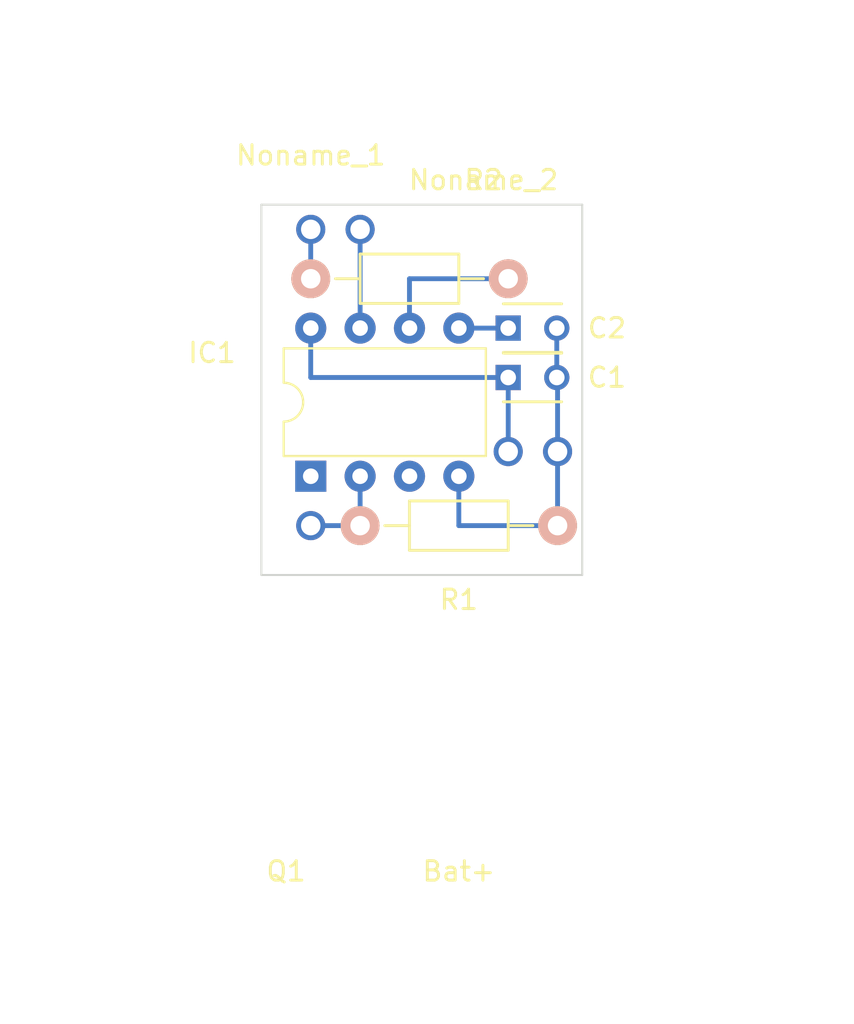
<source format=kicad_pcb>

(kicad_pcb
  (version 4)
  (host pcbnew 4.0.2+dfsg1-stable)
  (general
    (links 12)
    (no_connects 1)
    (area 123.139999 39.319999 139.750001 58.470001)
    (thickness 1.6)
    (drawings 21)
    (tracks 15)
    (zones 0)
    (modules 9)
    (nets 10))
  (page A4)
  (layers
    (0 F.Cu signal)
    (31 B.Cu signal)
    (32 B.Adhes user hide)
    (33 F.Adhes user hide)
    (34 B.Paste user hide)
    (35 F.Paste user hide)
    (36 B.SilkS user hide)
    (37 F.SilkS user)
    (38 B.Mask user hide)
    (39 F.Mask user hide)
    (40 Dwgs.User user)
    (41 Cmts.User user hide)
    (42 Eco1.User user hide)
    (43 Eco2.User user hide)
    (44 Edge.Cuts user)
    (45 Margin user hide)
    (46 B.CrtYd user hide)
    (47 F.CrtYd user)
    (48 B.Fab user hide)
    (49 F.Fab user))
  (setup
    (last_trace_width 0.25)
    (trace_clearance 0.2)
    (zone_clearance 0.508)
    (zone_45_only no)
    (trace_min 0.2)
    (segment_width 0.2)
    (edge_width 0.1)
    (via_size 0.6)
    (via_drill 0.4)
    (via_min_size 0.4)
    (via_min_drill 0.3)
    (uvia_size 0.3)
    (uvia_drill 0.1)
    (uvias_allowed no)
    (uvia_min_size 0.2)
    (uvia_min_drill 0.1)
    (pcb_text_width 0.3)
    (pcb_text_size 1.5 1.5)
    (mod_edge_width 0.15)
    (mod_text_size 1 1)
    (mod_text_width 0.15)
    (pad_size 1.5 1.5)
    (pad_drill 1)
    (pad_to_mask_clearance 0)
    (aux_axis_origin 0 0)
    (visible_elements 7FFFFFFF)
    (pcbplotparams
      (layerselection 0x00030_80000001)
      (usegerberextensions false)
      (excludeedgelayer true)
      (linewidth 0.1)
      (plotframeref false)
      (viasonmask false)
      (mode 1)
      (useauxorigin false)
      (hpglpennumber 1)
      (hpglpenspeed 20)
      (hpglpendiameter 15)
      (hpglpenoverlay 2)
      (psnegative false)
      (psa4output false)
      (plotreference true)
      (plotvalue true)
      (plotinvisibletext false)
      (padsonsilk false)
      (subtractmaskfromsilk false)
      (outputformat 1)
      (mirror false)
      (drillshape 1)
      (scaleselection 1)
      (outputdirectory "")))
  (net 0 "")
  (net 1 +BATT)
  (net 2 GND)
  (net 3 /Mira/AREF)
  (net 4 /Mira/BUTTON)
  (net 5 "Net-(D1-Pad2)")
  (net 6 /Mira/FIRE)
  (net 7 /Mira/LED)
  (net 8 "Net-(IC1-Pad1)")
  (net 9 "Net-(IC1-Pad3)")
  (net_class Default "This is the default net class."
    (clearance 0.2)
    (trace_width 0.25)
    (via_dia 0.6)
    (via_drill 0.4)
    (uvia_dia 0.3)
    (uvia_drill 0.1)
    (add_net +BATT)
    (add_net /Mira/AREF)
    (add_net /Mira/FIRE)
    (add_net /Mira/LED)
    (add_net GND)
    (add_net "Net-(D1-Pad2)")
    (add_net "Net-(IC1-Pad1)")
    (add_net "Net-(IC1-Pad3)"))
  (net_class Thick ""
    (clearance 0.2)
    (trace_width 0.5)
    (via_dia 0.6)
    (via_drill 0.4)
    (uvia_dia 0.3)
    (uvia_drill 0.1)
    (add_net /Mira/BUTTON))
  (module Wire_Pads:SolderWirePad_single_0-8mmDrill
    (layer F.Cu)
    (tedit 5887B6AD)
    (tstamp 5865B5BF)
    (at 133.35 73.66)
    (fp_text reference Bat+
      (at 0 0)
      (layer F.SilkS)
      (effects
        (font
          (size 1 1)
          (thickness 0.15))))
    (fp_text value ""
      (at 15.24 7.62)
      (layer F.Fab)
      (effects
        (font
          (size 1 1)
          (thickness 0.15))))
    (pad 1 thru_hole circle
      (at 2.54 -21.59)
      (size 1.5 1.5)
      (drill 1)
      (layers *.Cu *.Mask)
      (net 1 +BATT)))
  (module Capacitors_THT:C_Disc_D3_P2.5
    (layer F.Cu)
    (tedit 5887B765)
    (tstamp 586556B6)
    (at 135.89 48.26)
    (descr "Capacitor 3mm Disc, Pitch 2.5mm")
    (tags Capacitor)
    (path /58603D0F/5860485C)
    (fp_text reference C1
      (at 5.08 0 180)
      (layer F.SilkS)
      (effects
        (font
          (size 1 1)
          (thickness 0.15))))
    (fp_text value 10nF
      (at 8.89 0 180)
      (layer F.Fab)
      (effects
        (font
          (size 1 1)
          (thickness 0.15))))
    (fp_line
      (start -0.9 -1.5)
      (end 3.4 -1.5)
      (layer F.CrtYd)
      (width 0.05))
    (fp_line
      (start 3.4 -1.5)
      (end 3.4 1.5)
      (layer F.CrtYd)
      (width 0.05))
    (fp_line
      (start 3.4 1.5)
      (end -0.9 1.5)
      (layer F.CrtYd)
      (width 0.05))
    (fp_line
      (start -0.9 1.5)
      (end -0.9 -1.5)
      (layer F.CrtYd)
      (width 0.05))
    (fp_line
      (start -0.25 -1.25)
      (end 2.75 -1.25)
      (layer F.SilkS)
      (width 0.15))
    (fp_line
      (start 2.75 1.25)
      (end -0.25 1.25)
      (layer F.SilkS)
      (width 0.15))
    (pad 1 thru_hole rect
      (at 0 0)
      (size 1.3 1.3)
      (drill 0.8)
      (layers *.Cu *.Mask)
      (net 1 +BATT))
    (pad 2 thru_hole circle
      (at 2.5 0)
      (size 1.3 1.3)
      (drill 0.8001)
      (layers *.Cu *.Mask)
      (net 2 GND))
    (model Capacitors_ThroughHole.3dshapes/C_Disc_D3_P2.5.wrl
      (at
        (xyz 0.0492126 0 0))
      (scale
        (xyz 1 1 1))
      (rotate
        (xyz 0 0 0))))
  (module Capacitors_THT:C_Disc_D3_P2.5
    (layer F.Cu)
    (tedit 5887B769)
    (tstamp 586556C2)
    (at 135.89 45.72)
    (descr "Capacitor 3mm Disc, Pitch 2.5mm")
    (tags Capacitor)
    (path /58603D0F/58604591)
    (fp_text reference C2
      (at 5.08 0)
      (layer F.SilkS)
      (effects
        (font
          (size 1 1)
          (thickness 0.15))))
    (fp_text value 10nF
      (at 8.89 0)
      (layer F.Fab)
      (effects
        (font
          (size 1 1)
          (thickness 0.15))))
    (fp_line
      (start -0.9 -1.5)
      (end 3.4 -1.5)
      (layer F.CrtYd)
      (width 0.05))
    (fp_line
      (start 3.4 -1.5)
      (end 3.4 1.5)
      (layer F.CrtYd)
      (width 0.05))
    (fp_line
      (start 3.4 1.5)
      (end -0.9 1.5)
      (layer F.CrtYd)
      (width 0.05))
    (fp_line
      (start -0.9 1.5)
      (end -0.9 -1.5)
      (layer F.CrtYd)
      (width 0.05))
    (fp_line
      (start -0.25 -1.25)
      (end 2.75 -1.25)
      (layer F.SilkS)
      (width 0.15))
    (fp_line
      (start 2.75 1.25)
      (end -0.25 1.25)
      (layer F.SilkS)
      (width 0.15))
    (pad 1 thru_hole rect
      (at 0 0)
      (size 1.3 1.3)
      (drill 0.8)
      (layers *.Cu *.Mask)
      (net 3 /Mira/AREF))
    (pad 2 thru_hole circle
      (at 2.5 0)
      (size 1.3 1.3)
      (drill 0.8001)
      (layers *.Cu *.Mask)
      (net 2 GND))
    (model Capacitors_ThroughHole.3dshapes/C_Disc_D3_P2.5.wrl
      (at
        (xyz 0.0492126 0 0))
      (scale
        (xyz 1 1 1))
      (rotate
        (xyz 0 0 0))))
  (module Resistors_THT:Resistor_Horizontal_RM10mm
    (layer F.Cu)
    (tedit 5887B781)
    (tstamp 5865570D)
    (at 128.27 55.88)
    (descr "Resistor, Axial,  RM 10mm, 1/3W")
    (tags "Resistor Axial RM 10mm 1/3W")
    (path /58603D0F/58605B36)
    (fp_text reference R1
      (at 5.08 3.81)
      (layer F.SilkS)
      (effects
        (font
          (size 1 1)
          (thickness 0.15))))
    (fp_text value 15kΩ
      (at 8.89 3.81)
      (layer F.Fab)
      (effects
        (font
          (size 1 1)
          (thickness 0.15))))
    (fp_line
      (start -1.25 -1.5)
      (end 11.4 -1.5)
      (layer F.CrtYd)
      (width 0.05))
    (fp_line
      (start -1.25 1.5)
      (end -1.25 -1.5)
      (layer F.CrtYd)
      (width 0.05))
    (fp_line
      (start 11.4 -1.5)
      (end 11.4 1.5)
      (layer F.CrtYd)
      (width 0.05))
    (fp_line
      (start -1.25 1.5)
      (end 11.4 1.5)
      (layer F.CrtYd)
      (width 0.05))
    (fp_line
      (start 2.54 -1.27)
      (end 7.62 -1.27)
      (layer F.SilkS)
      (width 0.15))
    (fp_line
      (start 7.62 -1.27)
      (end 7.62 1.27)
      (layer F.SilkS)
      (width 0.15))
    (fp_line
      (start 7.62 1.27)
      (end 2.54 1.27)
      (layer F.SilkS)
      (width 0.15))
    (fp_line
      (start 2.54 1.27)
      (end 2.54 -1.27)
      (layer F.SilkS)
      (width 0.15))
    (fp_line
      (start 2.54 0)
      (end 1.27 0)
      (layer F.SilkS)
      (width 0.15))
    (fp_line
      (start 7.62 0)
      (end 8.89 0)
      (layer F.SilkS)
      (width 0.15))
    (pad 1 thru_hole circle
      (at 0 0)
      (size 1.99898 1.99898)
      (drill 1.00076)
      (layers *.Cu *.SilkS *.Mask)
      (net 6 /Mira/FIRE))
    (pad 2 thru_hole circle
      (at 10.16 0)
      (size 1.99898 1.99898)
      (drill 1.00076)
      (layers *.Cu *.SilkS *.Mask)
      (net 2 GND))
    (model Resistors_ThroughHole.3dshapes/Resistor_Horizontal_RM10mm.wrl
      (at
        (xyz 0.2 0 0))
      (scale
        (xyz 0.4 0.4 0.4))
      (rotate
        (xyz 0 0 0))))
  (module Resistors_THT:Resistor_Horizontal_RM10mm
    (layer F.Cu)
    (tedit 5887B790)
    (tstamp 5865571D)
    (at 125.73 43.18)
    (descr "Resistor, Axial,  RM 10mm, 1/3W")
    (tags "Resistor Axial RM 10mm 1/3W")
    (path /58603D0F/583CCC74)
    (fp_text reference R2
      (at 8.89 -5.08)
      (layer F.SilkS)
      (effects
        (font
          (size 1 1)
          (thickness 0.15))))
    (fp_text value 100Ω
      (at 12.7 -5.08)
      (layer F.Fab)
      (effects
        (font
          (size 1 1)
          (thickness 0.15))))
    (fp_line
      (start -1.25 -1.5)
      (end 11.4 -1.5)
      (layer F.CrtYd)
      (width 0.05))
    (fp_line
      (start -1.25 1.5)
      (end -1.25 -1.5)
      (layer F.CrtYd)
      (width 0.05))
    (fp_line
      (start 11.4 -1.5)
      (end 11.4 1.5)
      (layer F.CrtYd)
      (width 0.05))
    (fp_line
      (start -1.25 1.5)
      (end 11.4 1.5)
      (layer F.CrtYd)
      (width 0.05))
    (fp_line
      (start 2.54 -1.27)
      (end 7.62 -1.27)
      (layer F.SilkS)
      (width 0.15))
    (fp_line
      (start 7.62 -1.27)
      (end 7.62 1.27)
      (layer F.SilkS)
      (width 0.15))
    (fp_line
      (start 7.62 1.27)
      (end 2.54 1.27)
      (layer F.SilkS)
      (width 0.15))
    (fp_line
      (start 2.54 1.27)
      (end 2.54 -1.27)
      (layer F.SilkS)
      (width 0.15))
    (fp_line
      (start 2.54 0)
      (end 1.27 0)
      (layer F.SilkS)
      (width 0.15))
    (fp_line
      (start 7.62 0)
      (end 8.89 0)
      (layer F.SilkS)
      (width 0.15))
    (pad 1 thru_hole circle
      (at 0 0)
      (size 1.99898 1.99898)
      (drill 1.00076)
      (layers *.Cu *.SilkS *.Mask)
      (net 5 "Net-(D1-Pad2)"))
    (pad 2 thru_hole circle
      (at 10.16 0)
      (size 1.99898 1.99898)
      (drill 1.00076)
      (layers *.Cu *.SilkS *.Mask)
      (net 7 /Mira/LED))
    (model Resistors_ThroughHole.3dshapes/Resistor_Horizontal_RM10mm.wrl
      (at
        (xyz 0.2 0 0))
      (scale
        (xyz 0.4 0.4 0.4))
      (rotate
        (xyz 0 0 0))))
  (module Wire_Connections_Bridges:WireConnection_1.50mmDrill
    (layer F.Cu)
    (tedit 587023F4)
    (tstamp 5865AB69)
    (at 138.43 34.29)
    (descr "WireConnection with 1.5mm drill")
    (path /58603D0F/5860804E)
    (fp_text reference Noname_2
      (at -3.81 3.81)
      (layer F.SilkS)
      (effects
        (font
          (size 1 1)
          (thickness 0.15))))
    (fp_text value Button
      (at -8.89 3.81 180)
      (layer F.Fab)
      (effects
        (font
          (size 1 1)
          (thickness 0.15))))
    (fp_line
      (start 14.0716 -3.7592)
      (end 13.8684 -3.6576)
      (layer Cmts.User)
      (width 0.381))
    (fp_line
      (start 13.8684 -3.6576)
      (end 13.6398 -3.6576)
      (layer Cmts.User)
      (width 0.381))
    (fp_line
      (start 13.6398 -3.6576)
      (end 13.4366 -3.7592)
      (layer Cmts.User)
      (width 0.381))
    (fp_line
      (start 13.4366 -3.7592)
      (end 13.3604 -4.1148)
      (layer Cmts.User)
      (width 0.381))
    (fp_line
      (start 13.3604 -4.1148)
      (end 13.3604 -4.572)
      (layer Cmts.User)
      (width 0.381))
    (fp_line
      (start 13.3604 -4.572)
      (end 13.462 -4.6482)
      (layer Cmts.User)
      (width 0.381))
    (fp_line
      (start 13.462 -4.6482)
      (end 13.7668 -4.7244)
      (layer Cmts.User)
      (width 0.381))
    (fp_line
      (start 13.7668 -4.7244)
      (end 13.9954 -4.6736)
      (layer Cmts.User)
      (width 0.381))
    (fp_line
      (start 13.9954 -4.6736)
      (end 14.0462 -4.318)
      (layer Cmts.User)
      (width 0.381))
    (fp_line
      (start 14.0462 -4.318)
      (end 13.4366 -4.191)
      (layer Cmts.User)
      (width 0.381))
    (fp_line
      (start 13.4366 -4.191)
      (end 13.4366 -4.2418)
      (layer Cmts.User)
      (width 0.381))
    (fp_line
      (start 12.7508 -3.7084)
      (end 12.4206 -3.7084)
      (layer Cmts.User)
      (width 0.381))
    (fp_line
      (start 12.4206 -3.7084)
      (end 12.2174 -3.7084)
      (layer Cmts.User)
      (width 0.381))
    (fp_line
      (start 12.2174 -3.7084)
      (end 12.0396 -3.8608)
      (layer Cmts.User)
      (width 0.381))
    (fp_line
      (start 12.0396 -3.8608)
      (end 12.0396 -4.2418)
      (layer Cmts.User)
      (width 0.381))
    (fp_line
      (start 12.0396 -4.2418)
      (end 12.1412 -4.572)
      (layer Cmts.User)
      (width 0.381))
    (fp_line
      (start 12.1412 -4.572)
      (end 12.2936 -4.6482)
      (layer Cmts.User)
      (width 0.381))
    (fp_line
      (start 12.2936 -4.6482)
      (end 12.573 -4.6482)
      (layer Cmts.User)
      (width 0.381))
    (fp_line
      (start 12.573 -4.6482)
      (end 12.7508 -4.572)
      (layer Cmts.User)
      (width 0.381))
    (fp_line
      (start 12.7508 -4.572)
      (end 12.7762 -4.2672)
      (layer Cmts.User)
      (width 0.381))
    (fp_line
      (start 12.7762 -4.2672)
      (end 12.1412 -4.2418)
      (layer Cmts.User)
      (width 0.381))
    (fp_line
      (start 11.2268 -4.5212)
      (end 11.6078 -4.6736)
      (layer Cmts.User)
      (width 0.381))
    (fp_line
      (start 11.6078 -4.6736)
      (end 11.6332 -4.6736)
      (layer Cmts.User)
      (width 0.381))
    (fp_line
      (start 11.2014 -4.7244)
      (end 11.2014 -3.6576)
      (layer Cmts.User)
      (width 0.381))
    (fp_line
      (start 9.9822 -4.6736)
      (end 10.668 -4.7244)
      (layer Cmts.User)
      (width 0.381))
    (fp_line
      (start 10.7188 -5.207)
      (end 10.541 -5.207)
      (layer Cmts.User)
      (width 0.381))
    (fp_line
      (start 10.541 -5.207)
      (end 10.3886 -5.08)
      (layer Cmts.User)
      (width 0.381))
    (fp_line
      (start 10.3886 -5.08)
      (end 10.3378 -3.7084)
      (layer Cmts.User)
      (width 0.381))
    (fp_line
      (start 8.4328 -4.5974)
      (end 8.3058 -4.6736)
      (layer Cmts.User)
      (width 0.381))
    (fp_line
      (start 8.3058 -4.6736)
      (end 8.0264 -4.6736)
      (layer Cmts.User)
      (width 0.381))
    (fp_line
      (start 8.0264 -4.6736)
      (end 7.874 -4.445)
      (layer Cmts.User)
      (width 0.381))
    (fp_line
      (start 7.874 -4.445)
      (end 7.8994 -4.2672)
      (layer Cmts.User)
      (width 0.381))
    (fp_line
      (start 7.8994 -4.2672)
      (end 8.1788 -4.191)
      (layer Cmts.User)
      (width 0.381))
    (fp_line
      (start 8.1788 -4.191)
      (end 8.4328 -4.1148)
      (layer Cmts.User)
      (width 0.381))
    (fp_line
      (start 8.4328 -4.1148)
      (end 8.4836 -3.8354)
      (layer Cmts.User)
      (width 0.381))
    (fp_line
      (start 8.4836 -3.8354)
      (end 8.2804 -3.6576)
      (layer Cmts.User)
      (width 0.381))
    (fp_line
      (start 8.2804 -3.6576)
      (end 7.8994 -3.7084)
      (layer Cmts.User)
      (width 0.381))
    (fp_line
      (start 7.1628 -3.6576)
      (end 6.8072 -3.7592)
      (layer Cmts.User)
      (width 0.381))
    (fp_line
      (start 6.8072 -3.7592)
      (end 6.604 -3.8354)
      (layer Cmts.User)
      (width 0.381))
    (fp_line
      (start 6.604 -3.8354)
      (end 6.477 -4.1656)
      (layer Cmts.User)
      (width 0.381))
    (fp_line
      (start 6.477 -4.1656)
      (end 6.477 -4.4704)
      (layer Cmts.User)
      (width 0.381))
    (fp_line
      (start 6.477 -4.4704)
      (end 6.6802 -4.6736)
      (layer Cmts.User)
      (width 0.381))
    (fp_line
      (start 6.6802 -4.6736)
      (end 7.0104 -4.7244)
      (layer Cmts.User)
      (width 0.381))
    (fp_line
      (start 7.2136 -5.207)
      (end 7.2136 -3.6576)
      (layer Cmts.User)
      (width 0.381))
    (fp_line
      (start 5.715 -3.6576)
      (end 5.2578 -3.7084)
      (layer Cmts.User)
      (width 0.381))
    (fp_line
      (start 5.2578 -3.7084)
      (end 5.1054 -3.9116)
      (layer Cmts.User)
      (width 0.381))
    (fp_line
      (start 5.1054 -3.9116)
      (end 5.1308 -4.191)
      (layer Cmts.User)
      (width 0.381))
    (fp_line
      (start 5.1308 -4.191)
      (end 5.842 -4.2418)
      (layer Cmts.User)
      (width 0.381))
    (fp_line
      (start 5.1054 -4.572)
      (end 5.3848 -4.7244)
      (layer Cmts.User)
      (width 0.381))
    (fp_line
      (start 5.3848 -4.7244)
      (end 5.6388 -4.6482)
      (layer Cmts.User)
      (width 0.381))
    (fp_line
      (start 5.6388 -4.6482)
      (end 5.7912 -4.4704)
      (layer Cmts.User)
      (width 0.381))
    (fp_line
      (start 5.7912 -4.4704)
      (end 5.842 -3.6322)
      (layer Cmts.User)
      (width 0.381))
    (fp_line
      (start 3.6068 -3.6576)
      (end 3.6322 -5.2578)
      (layer Cmts.User)
      (width 0.381))
    (fp_line
      (start 3.6322 -5.2578)
      (end 4.0894 -5.2578)
      (layer Cmts.User)
      (width 0.381))
    (fp_line
      (start 4.0894 -5.2578)
      (end 4.3688 -5.1308)
      (layer Cmts.User)
      (width 0.381))
    (fp_line
      (start 4.3688 -5.1308)
      (end 4.4958 -4.8768)
      (layer Cmts.User)
      (width 0.381))
    (fp_line
      (start 4.4958 -4.8768)
      (end 4.4958 -4.5974)
      (layer Cmts.User)
      (width 0.381))
    (fp_line
      (start 4.4958 -4.5974)
      (end 4.3688 -4.3942)
      (layer Cmts.User)
      (width 0.381))
    (fp_line
      (start 4.3688 -4.3942)
      (end 4.0894 -4.445)
      (layer Cmts.User)
      (width 0.381))
    (fp_line
      (start 4.0894 -4.445)
      (end 3.6322 -4.445)
      (layer Cmts.User)
      (width 0.381))
    (fp_line
      (start 1.778 -3.7592)
      (end 1.524 -3.6576)
      (layer Cmts.User)
      (width 0.381))
    (fp_line
      (start 1.524 -3.6576)
      (end 1.27 -3.7592)
      (layer Cmts.User)
      (width 0.381))
    (fp_line
      (start 1.27 -3.7592)
      (end 1.1176 -3.9116)
      (layer Cmts.User)
      (width 0.381))
    (fp_line
      (start 1.1176 -3.9116)
      (end 1.0414 -4.318)
      (layer Cmts.User)
      (width 0.381))
    (fp_line
      (start 1.0414 -4.318)
      (end 1.1684 -4.572)
      (layer Cmts.User)
      (width 0.381))
    (fp_line
      (start 1.1684 -4.572)
      (end 1.3716 -4.6736)
      (layer Cmts.User)
      (width 0.381))
    (fp_line
      (start 1.3716 -4.6736)
      (end 1.651 -4.6482)
      (layer Cmts.User)
      (width 0.381))
    (fp_line
      (start 1.651 -4.6482)
      (end 1.8034 -4.5212)
      (layer Cmts.User)
      (width 0.381))
    (fp_line
      (start 1.8034 -4.5212)
      (end 1.8034 -4.318)
      (layer Cmts.User)
      (width 0.381))
    (fp_line
      (start 1.8034 -4.318)
      (end 1.1684 -4.2418)
      (layer Cmts.User)
      (width 0.381))
    (fp_line
      (start -0.1524 -4.7244)
      (end 0.3048 -3.6576)
      (layer Cmts.User)
      (width 0.381))
    (fp_line
      (start 0.3048 -3.6576)
      (end 0.5842 -4.6736)
      (layer Cmts.User)
      (width 0.381))
    (fp_line
      (start 0.5842 -4.6736)
      (end 0.5588 -4.6736)
      (layer Cmts.User)
      (width 0.381))
    (fp_line
      (start -1.4732 -4.3942)
      (end -1.4732 -3.9116)
      (layer Cmts.User)
      (width 0.381))
    (fp_line
      (start -1.4732 -3.9116)
      (end -1.27 -3.7084)
      (layer Cmts.User)
      (width 0.381))
    (fp_line
      (start -1.27 -3.7084)
      (end -1.0414 -3.6576)
      (layer Cmts.User)
      (width 0.381))
    (fp_line
      (start -1.0414 -3.6576)
      (end -0.762 -3.7846)
      (layer Cmts.User)
      (width 0.381))
    (fp_line
      (start -0.762 -3.7846)
      (end -0.6604 -3.9878)
      (layer Cmts.User)
      (width 0.381))
    (fp_line
      (start -0.6604 -3.9878)
      (end -0.6604 -4.445)
      (layer Cmts.User)
      (width 0.381))
    (fp_line
      (start -0.6604 -4.445)
      (end -0.8382 -4.6482)
      (layer Cmts.User)
      (width 0.381))
    (fp_line
      (start -0.8382 -4.6482)
      (end -1.1176 -4.7244)
      (layer Cmts.User)
      (width 0.381))
    (fp_line
      (start -1.1176 -4.7244)
      (end -1.4478 -4.4704)
      (layer Cmts.User)
      (width 0.381))
    (fp_line
      (start -3.0988 -3.6322)
      (end -3.0988 -5.2578)
      (layer Cmts.User)
      (width 0.381))
    (fp_line
      (start -3.0988 -5.2578)
      (end -2.6162 -4.1148)
      (layer Cmts.User)
      (width 0.381))
    (fp_line
      (start -2.6162 -4.1148)
      (end -2.1336 -5.1816)
      (layer Cmts.User)
      (width 0.381))
    (fp_line
      (start -2.1336 -5.1816)
      (end -2.1336 -3.6322)
      (layer Cmts.User)
      (width 0.381))
    (pad 1 thru_hole circle
      (at 0 17.78)
      (size 1.5 1.5)
      (drill 1)
      (layers *.Cu *.Mask)
      (net 2 GND))
    (pad 2 thru_hole circle
      (at -10.16 6.35)
      (size 1.5 1.5)
      (drill 1)
      (layers *.Cu *.Mask)
      (net 4 /Mira/BUTTON)))
  (module Wire_Connections_Bridges:WireConnection_1.50mmDrill
    (layer F.Cu)
    (tedit 58702AC8)
    (tstamp 5865AB6E)
    (at 124.46 57.15)
    (descr "WireConnection with 1.5mm drill")
    (path /58603D0F/583CCC75)
    (fp_text reference Noname_1
      (at 1.27 -20.32)
      (layer F.SilkS)
      (effects
        (font
          (size 1 1)
          (thickness 0.15))))
    (fp_text value "low current LED"
      (at -5.08 -19.05)
      (layer F.Fab)
      (effects
        (font
          (size 1 1)
          (thickness 0.15))))
    (fp_line
      (start 14.0716 -3.7592)
      (end 13.8684 -3.6576)
      (layer Cmts.User)
      (width 0.381))
    (fp_line
      (start 13.8684 -3.6576)
      (end 13.6398 -3.6576)
      (layer Cmts.User)
      (width 0.381))
    (fp_line
      (start 13.6398 -3.6576)
      (end 13.4366 -3.7592)
      (layer Cmts.User)
      (width 0.381))
    (fp_line
      (start 13.4366 -3.7592)
      (end 13.3604 -4.1148)
      (layer Cmts.User)
      (width 0.381))
    (fp_line
      (start 13.3604 -4.1148)
      (end 13.3604 -4.572)
      (layer Cmts.User)
      (width 0.381))
    (fp_line
      (start 13.3604 -4.572)
      (end 13.462 -4.6482)
      (layer Cmts.User)
      (width 0.381))
    (fp_line
      (start 13.462 -4.6482)
      (end 13.7668 -4.7244)
      (layer Cmts.User)
      (width 0.381))
    (fp_line
      (start 13.7668 -4.7244)
      (end 13.9954 -4.6736)
      (layer Cmts.User)
      (width 0.381))
    (fp_line
      (start 13.9954 -4.6736)
      (end 14.0462 -4.318)
      (layer Cmts.User)
      (width 0.381))
    (fp_line
      (start 14.0462 -4.318)
      (end 13.4366 -4.191)
      (layer Cmts.User)
      (width 0.381))
    (fp_line
      (start 13.4366 -4.191)
      (end 13.4366 -4.2418)
      (layer Cmts.User)
      (width 0.381))
    (fp_line
      (start 12.7508 -3.7084)
      (end 12.4206 -3.7084)
      (layer Cmts.User)
      (width 0.381))
    (fp_line
      (start 12.4206 -3.7084)
      (end 12.2174 -3.7084)
      (layer Cmts.User)
      (width 0.381))
    (fp_line
      (start 12.2174 -3.7084)
      (end 12.0396 -3.8608)
      (layer Cmts.User)
      (width 0.381))
    (fp_line
      (start 12.0396 -3.8608)
      (end 12.0396 -4.2418)
      (layer Cmts.User)
      (width 0.381))
    (fp_line
      (start 12.0396 -4.2418)
      (end 12.1412 -4.572)
      (layer Cmts.User)
      (width 0.381))
    (fp_line
      (start 12.1412 -4.572)
      (end 12.2936 -4.6482)
      (layer Cmts.User)
      (width 0.381))
    (fp_line
      (start 12.2936 -4.6482)
      (end 12.573 -4.6482)
      (layer Cmts.User)
      (width 0.381))
    (fp_line
      (start 12.573 -4.6482)
      (end 12.7508 -4.572)
      (layer Cmts.User)
      (width 0.381))
    (fp_line
      (start 12.7508 -4.572)
      (end 12.7762 -4.2672)
      (layer Cmts.User)
      (width 0.381))
    (fp_line
      (start 12.7762 -4.2672)
      (end 12.1412 -4.2418)
      (layer Cmts.User)
      (width 0.381))
    (fp_line
      (start 11.2268 -4.5212)
      (end 11.6078 -4.6736)
      (layer Cmts.User)
      (width 0.381))
    (fp_line
      (start 11.6078 -4.6736)
      (end 11.6332 -4.6736)
      (layer Cmts.User)
      (width 0.381))
    (fp_line
      (start 11.2014 -4.7244)
      (end 11.2014 -3.6576)
      (layer Cmts.User)
      (width 0.381))
    (fp_line
      (start 9.9822 -4.6736)
      (end 10.668 -4.7244)
      (layer Cmts.User)
      (width 0.381))
    (fp_line
      (start 10.7188 -5.207)
      (end 10.541 -5.207)
      (layer Cmts.User)
      (width 0.381))
    (fp_line
      (start 10.541 -5.207)
      (end 10.3886 -5.08)
      (layer Cmts.User)
      (width 0.381))
    (fp_line
      (start 10.3886 -5.08)
      (end 10.3378 -3.7084)
      (layer Cmts.User)
      (width 0.381))
    (fp_line
      (start 8.4328 -4.5974)
      (end 8.3058 -4.6736)
      (layer Cmts.User)
      (width 0.381))
    (fp_line
      (start 8.3058 -4.6736)
      (end 8.0264 -4.6736)
      (layer Cmts.User)
      (width 0.381))
    (fp_line
      (start 8.0264 -4.6736)
      (end 7.874 -4.445)
      (layer Cmts.User)
      (width 0.381))
    (fp_line
      (start 7.874 -4.445)
      (end 7.8994 -4.2672)
      (layer Cmts.User)
      (width 0.381))
    (fp_line
      (start 7.8994 -4.2672)
      (end 8.1788 -4.191)
      (layer Cmts.User)
      (width 0.381))
    (fp_line
      (start 8.1788 -4.191)
      (end 8.4328 -4.1148)
      (layer Cmts.User)
      (width 0.381))
    (fp_line
      (start 8.4328 -4.1148)
      (end 8.4836 -3.8354)
      (layer Cmts.User)
      (width 0.381))
    (fp_line
      (start 8.4836 -3.8354)
      (end 8.2804 -3.6576)
      (layer Cmts.User)
      (width 0.381))
    (fp_line
      (start 8.2804 -3.6576)
      (end 7.8994 -3.7084)
      (layer Cmts.User)
      (width 0.381))
    (fp_line
      (start 7.1628 -3.6576)
      (end 6.8072 -3.7592)
      (layer Cmts.User)
      (width 0.381))
    (fp_line
      (start 6.8072 -3.7592)
      (end 6.604 -3.8354)
      (layer Cmts.User)
      (width 0.381))
    (fp_line
      (start 6.604 -3.8354)
      (end 6.477 -4.1656)
      (layer Cmts.User)
      (width 0.381))
    (fp_line
      (start 6.477 -4.1656)
      (end 6.477 -4.4704)
      (layer Cmts.User)
      (width 0.381))
    (fp_line
      (start 6.477 -4.4704)
      (end 6.6802 -4.6736)
      (layer Cmts.User)
      (width 0.381))
    (fp_line
      (start 6.6802 -4.6736)
      (end 7.0104 -4.7244)
      (layer Cmts.User)
      (width 0.381))
    (fp_line
      (start 7.2136 -5.207)
      (end 7.2136 -3.6576)
      (layer Cmts.User)
      (width 0.381))
    (fp_line
      (start 5.715 -3.6576)
      (end 5.2578 -3.7084)
      (layer Cmts.User)
      (width 0.381))
    (fp_line
      (start 5.2578 -3.7084)
      (end 5.1054 -3.9116)
      (layer Cmts.User)
      (width 0.381))
    (fp_line
      (start 5.1054 -3.9116)
      (end 5.1308 -4.191)
      (layer Cmts.User)
      (width 0.381))
    (fp_line
      (start 5.1308 -4.191)
      (end 5.842 -4.2418)
      (layer Cmts.User)
      (width 0.381))
    (fp_line
      (start 5.1054 -4.572)
      (end 5.3848 -4.7244)
      (layer Cmts.User)
      (width 0.381))
    (fp_line
      (start 5.3848 -4.7244)
      (end 5.6388 -4.6482)
      (layer Cmts.User)
      (width 0.381))
    (fp_line
      (start 5.6388 -4.6482)
      (end 5.7912 -4.4704)
      (layer Cmts.User)
      (width 0.381))
    (fp_line
      (start 5.7912 -4.4704)
      (end 5.842 -3.6322)
      (layer Cmts.User)
      (width 0.381))
    (fp_line
      (start 3.6068 -3.6576)
      (end 3.6322 -5.2578)
      (layer Cmts.User)
      (width 0.381))
    (fp_line
      (start 3.6322 -5.2578)
      (end 4.0894 -5.2578)
      (layer Cmts.User)
      (width 0.381))
    (fp_line
      (start 4.0894 -5.2578)
      (end 4.3688 -5.1308)
      (layer Cmts.User)
      (width 0.381))
    (fp_line
      (start 4.3688 -5.1308)
      (end 4.4958 -4.8768)
      (layer Cmts.User)
      (width 0.381))
    (fp_line
      (start 4.4958 -4.8768)
      (end 4.4958 -4.5974)
      (layer Cmts.User)
      (width 0.381))
    (fp_line
      (start 4.4958 -4.5974)
      (end 4.3688 -4.3942)
      (layer Cmts.User)
      (width 0.381))
    (fp_line
      (start 4.3688 -4.3942)
      (end 4.0894 -4.445)
      (layer Cmts.User)
      (width 0.381))
    (fp_line
      (start 4.0894 -4.445)
      (end 3.6322 -4.445)
      (layer Cmts.User)
      (width 0.381))
    (fp_line
      (start 1.778 -3.7592)
      (end 1.524 -3.6576)
      (layer Cmts.User)
      (width 0.381))
    (fp_line
      (start 1.524 -3.6576)
      (end 1.27 -3.7592)
      (layer Cmts.User)
      (width 0.381))
    (fp_line
      (start 1.27 -3.7592)
      (end 1.1176 -3.9116)
      (layer Cmts.User)
      (width 0.381))
    (fp_line
      (start 1.1176 -3.9116)
      (end 1.0414 -4.318)
      (layer Cmts.User)
      (width 0.381))
    (fp_line
      (start 1.0414 -4.318)
      (end 1.1684 -4.572)
      (layer Cmts.User)
      (width 0.381))
    (fp_line
      (start 1.1684 -4.572)
      (end 1.3716 -4.6736)
      (layer Cmts.User)
      (width 0.381))
    (fp_line
      (start 1.3716 -4.6736)
      (end 1.651 -4.6482)
      (layer Cmts.User)
      (width 0.381))
    (fp_line
      (start 1.651 -4.6482)
      (end 1.8034 -4.5212)
      (layer Cmts.User)
      (width 0.381))
    (fp_line
      (start 1.8034 -4.5212)
      (end 1.8034 -4.318)
      (layer Cmts.User)
      (width 0.381))
    (fp_line
      (start 1.8034 -4.318)
      (end 1.1684 -4.2418)
      (layer Cmts.User)
      (width 0.381))
    (fp_line
      (start -0.1524 -4.7244)
      (end 0.3048 -3.6576)
      (layer Cmts.User)
      (width 0.381))
    (fp_line
      (start 0.3048 -3.6576)
      (end 0.5842 -4.6736)
      (layer Cmts.User)
      (width 0.381))
    (fp_line
      (start 0.5842 -4.6736)
      (end 0.5588 -4.6736)
      (layer Cmts.User)
      (width 0.381))
    (fp_line
      (start -1.4732 -4.3942)
      (end -1.4732 -3.9116)
      (layer Cmts.User)
      (width 0.381))
    (fp_line
      (start -1.4732 -3.9116)
      (end -1.27 -3.7084)
      (layer Cmts.User)
      (width 0.381))
    (fp_line
      (start -1.27 -3.7084)
      (end -1.0414 -3.6576)
      (layer Cmts.User)
      (width 0.381))
    (fp_line
      (start -1.0414 -3.6576)
      (end -0.762 -3.7846)
      (layer Cmts.User)
      (width 0.381))
    (fp_line
      (start -0.762 -3.7846)
      (end -0.6604 -3.9878)
      (layer Cmts.User)
      (width 0.381))
    (fp_line
      (start -0.6604 -3.9878)
      (end -0.6604 -4.445)
      (layer Cmts.User)
      (width 0.381))
    (fp_line
      (start -0.6604 -4.445)
      (end -0.8382 -4.6482)
      (layer Cmts.User)
      (width 0.381))
    (fp_line
      (start -0.8382 -4.6482)
      (end -1.1176 -4.7244)
      (layer Cmts.User)
      (width 0.381))
    (fp_line
      (start -1.1176 -4.7244)
      (end -1.4478 -4.4704)
      (layer Cmts.User)
      (width 0.381))
    (fp_line
      (start -3.0988 -3.6322)
      (end -3.0988 -5.2578)
      (layer Cmts.User)
      (width 0.381))
    (fp_line
      (start -3.0988 -5.2578)
      (end -2.6162 -4.1148)
      (layer Cmts.User)
      (width 0.381))
    (fp_line
      (start -2.6162 -4.1148)
      (end -2.1336 -5.1816)
      (layer Cmts.User)
      (width 0.381))
    (fp_line
      (start -2.1336 -5.1816)
      (end -2.1336 -3.6322)
      (layer Cmts.User)
      (width 0.381))
    (pad 2 thru_hole circle
      (at 1.27 -16.51)
      (size 1.5 1.5)
      (drill 1)
      (layers *.Cu *.Mask)
      (net 5 "Net-(D1-Pad2)")))
  (module Housings_DIP:DIP-8_W7.62mm
    (layer F.Cu)
    (tedit 58702567)
    (tstamp 5865AB7E)
    (at 125.73 53.34 90)
    (descr "8-lead dip package, row spacing 7.62 mm (300 mils)")
    (tags "DIL DIP PDIP 2.54mm 7.62mm 300mil")
    (path /58644323)
    (fp_text reference IC1
      (at 6.35 -5.08 180)
      (layer F.SilkS)
      (effects
        (font
          (size 1 1)
          (thickness 0.15))))
    (fp_text value ATTINY45-P
      (at 3.81 -7.62 180)
      (layer F.Fab)
      (effects
        (font
          (size 1 1)
          (thickness 0.15))))
    (fp_arc
      (start 3.81 -1.39)
      (end 2.81 -1.39)
      (angle -180)
      (layer F.SilkS)
      (width 0.12))
    (fp_line
      (start 1.635 -1.27)
      (end 6.985 -1.27)
      (layer F.Fab)
      (width 0.1))
    (fp_line
      (start 6.985 -1.27)
      (end 6.985 8.89)
      (layer F.Fab)
      (width 0.1))
    (fp_line
      (start 6.985 8.89)
      (end 0.635 8.89)
      (layer F.Fab)
      (width 0.1))
    (fp_line
      (start 0.635 8.89)
      (end 0.635 -0.27)
      (layer F.Fab)
      (width 0.1))
    (fp_line
      (start 0.635 -0.27)
      (end 1.635 -1.27)
      (layer F.Fab)
      (width 0.1))
    (fp_line
      (start 2.81 -1.39)
      (end 1.04 -1.39)
      (layer F.SilkS)
      (width 0.12))
    (fp_line
      (start 1.04 -1.39)
      (end 1.04 9.01)
      (layer F.SilkS)
      (width 0.12))
    (fp_line
      (start 1.04 9.01)
      (end 6.58 9.01)
      (layer F.SilkS)
      (width 0.12))
    (fp_line
      (start 6.58 9.01)
      (end 6.58 -1.39)
      (layer F.SilkS)
      (width 0.12))
    (fp_line
      (start 6.58 -1.39)
      (end 4.81 -1.39)
      (layer F.SilkS)
      (width 0.12))
    (fp_line
      (start -1.1 -1.6)
      (end -1.1 9.2)
      (layer F.CrtYd)
      (width 0.05))
    (fp_line
      (start -1.1 9.2)
      (end 8.7 9.2)
      (layer F.CrtYd)
      (width 0.05))
    (fp_line
      (start 8.7 9.2)
      (end 8.7 -1.6)
      (layer F.CrtYd)
      (width 0.05))
    (fp_line
      (start 8.7 -1.6)
      (end -1.1 -1.6)
      (layer F.CrtYd)
      (width 0.05))
    (pad 1 thru_hole rect
      (at 0 0 90)
      (size 1.6 1.6)
      (drill 0.8)
      (layers *.Cu *.Mask)
      (net 8 "Net-(IC1-Pad1)"))
    (pad 5 thru_hole oval
      (at 7.62 7.62 90)
      (size 1.6 1.6)
      (drill 0.8)
      (layers *.Cu *.Mask)
      (net 3 /Mira/AREF))
    (pad 2 thru_hole oval
      (at 0 2.54 90)
      (size 1.6 1.6)
      (drill 0.8)
      (layers *.Cu *.Mask)
      (net 6 /Mira/FIRE))
    (pad 6 thru_hole oval
      (at 7.62 5.08 90)
      (size 1.6 1.6)
      (drill 0.8)
      (layers *.Cu *.Mask)
      (net 7 /Mira/LED))
    (pad 3 thru_hole oval
      (at 0 5.08 90)
      (size 1.6 1.6)
      (drill 0.8)
      (layers *.Cu *.Mask)
      (net 9 "Net-(IC1-Pad3)"))
    (pad 7 thru_hole oval
      (at 7.62 2.54 90)
      (size 1.6 1.6)
      (drill 0.8)
      (layers *.Cu *.Mask)
      (net 4 /Mira/BUTTON))
    (pad 4 thru_hole oval
      (at 0 7.62 90)
      (size 1.6 1.6)
      (drill 0.8)
      (layers *.Cu *.Mask)
      (net 2 GND))
    (pad 8 thru_hole oval
      (at 7.62 0 90)
      (size 1.6 1.6)
      (drill 0.8)
      (layers *.Cu *.Mask)
      (net 1 +BATT))
    (model Housings_DIP.3dshapes/DIP-8_W7.62mm.wrl
      (at
        (xyz 0 0 0))
      (scale
        (xyz 1 1 1))
      (rotate
        (xyz 0 0 0))))
  (module Wire_Connections_Bridges:WireConnection_1.50mmDrill
    (layer F.Cu)
    (tedit 5887B872)
    (tstamp 5865AB7F)
    (at 113.03 60.96)
    (descr "WireConnection with 1.5mm drill")
    (path /58603D0F/58604A0A)
    (fp_text reference Q1
      (at 11.43 12.7)
      (layer F.SilkS)
      (effects
        (font
          (size 1 1)
          (thickness 0.15))))
    (fp_text value RLB3034
      (at 10.16 -1.27)
      (layer F.Fab)
      (effects
        (font
          (size 1 1)
          (thickness 0.15))))
    (fp_line
      (start 14.0716 -3.7592)
      (end 13.8684 -3.6576)
      (layer Cmts.User)
      (width 0.381))
    (fp_line
      (start 13.8684 -3.6576)
      (end 13.6398 -3.6576)
      (layer Cmts.User)
      (width 0.381))
    (fp_line
      (start 13.6398 -3.6576)
      (end 13.4366 -3.7592)
      (layer Cmts.User)
      (width 0.381))
    (fp_line
      (start 13.4366 -3.7592)
      (end 13.3604 -4.1148)
      (layer Cmts.User)
      (width 0.381))
    (fp_line
      (start 13.3604 -4.1148)
      (end 13.3604 -4.572)
      (layer Cmts.User)
      (width 0.381))
    (fp_line
      (start 13.3604 -4.572)
      (end 13.462 -4.6482)
      (layer Cmts.User)
      (width 0.381))
    (fp_line
      (start 13.462 -4.6482)
      (end 13.7668 -4.7244)
      (layer Cmts.User)
      (width 0.381))
    (fp_line
      (start 13.7668 -4.7244)
      (end 13.9954 -4.6736)
      (layer Cmts.User)
      (width 0.381))
    (fp_line
      (start 13.9954 -4.6736)
      (end 14.0462 -4.318)
      (layer Cmts.User)
      (width 0.381))
    (fp_line
      (start 14.0462 -4.318)
      (end 13.4366 -4.191)
      (layer Cmts.User)
      (width 0.381))
    (fp_line
      (start 13.4366 -4.191)
      (end 13.4366 -4.2418)
      (layer Cmts.User)
      (width 0.381))
    (fp_line
      (start 12.7508 -3.7084)
      (end 12.4206 -3.7084)
      (layer Cmts.User)
      (width 0.381))
    (fp_line
      (start 12.4206 -3.7084)
      (end 12.2174 -3.7084)
      (layer Cmts.User)
      (width 0.381))
    (fp_line
      (start 12.2174 -3.7084)
      (end 12.0396 -3.8608)
      (layer Cmts.User)
      (width 0.381))
    (fp_line
      (start 12.0396 -3.8608)
      (end 12.0396 -4.2418)
      (layer Cmts.User)
      (width 0.381))
    (fp_line
      (start 12.0396 -4.2418)
      (end 12.1412 -4.572)
      (layer Cmts.User)
      (width 0.381))
    (fp_line
      (start 12.1412 -4.572)
      (end 12.2936 -4.6482)
      (layer Cmts.User)
      (width 0.381))
    (fp_line
      (start 12.2936 -4.6482)
      (end 12.573 -4.6482)
      (layer Cmts.User)
      (width 0.381))
    (fp_line
      (start 12.573 -4.6482)
      (end 12.7508 -4.572)
      (layer Cmts.User)
      (width 0.381))
    (fp_line
      (start 12.7508 -4.572)
      (end 12.7762 -4.2672)
      (layer Cmts.User)
      (width 0.381))
    (fp_line
      (start 12.7762 -4.2672)
      (end 12.1412 -4.2418)
      (layer Cmts.User)
      (width 0.381))
    (fp_line
      (start 11.2268 -4.5212)
      (end 11.6078 -4.6736)
      (layer Cmts.User)
      (width 0.381))
    (fp_line
      (start 11.6078 -4.6736)
      (end 11.6332 -4.6736)
      (layer Cmts.User)
      (width 0.381))
    (fp_line
      (start 11.2014 -4.7244)
      (end 11.2014 -3.6576)
      (layer Cmts.User)
      (width 0.381))
    (fp_line
      (start 9.9822 -4.6736)
      (end 10.668 -4.7244)
      (layer Cmts.User)
      (width 0.381))
    (fp_line
      (start 10.7188 -5.207)
      (end 10.541 -5.207)
      (layer Cmts.User)
      (width 0.381))
    (fp_line
      (start 10.541 -5.207)
      (end 10.3886 -5.08)
      (layer Cmts.User)
      (width 0.381))
    (fp_line
      (start 10.3886 -5.08)
      (end 10.3378 -3.7084)
      (layer Cmts.User)
      (width 0.381))
    (fp_line
      (start 8.4328 -4.5974)
      (end 8.3058 -4.6736)
      (layer Cmts.User)
      (width 0.381))
    (fp_line
      (start 8.3058 -4.6736)
      (end 8.0264 -4.6736)
      (layer Cmts.User)
      (width 0.381))
    (fp_line
      (start 8.0264 -4.6736)
      (end 7.874 -4.445)
      (layer Cmts.User)
      (width 0.381))
    (fp_line
      (start 7.874 -4.445)
      (end 7.8994 -4.2672)
      (layer Cmts.User)
      (width 0.381))
    (fp_line
      (start 7.8994 -4.2672)
      (end 8.1788 -4.191)
      (layer Cmts.User)
      (width 0.381))
    (fp_line
      (start 8.1788 -4.191)
      (end 8.4328 -4.1148)
      (layer Cmts.User)
      (width 0.381))
    (fp_line
      (start 8.4328 -4.1148)
      (end 8.4836 -3.8354)
      (layer Cmts.User)
      (width 0.381))
    (fp_line
      (start 8.4836 -3.8354)
      (end 8.2804 -3.6576)
      (layer Cmts.User)
      (width 0.381))
    (fp_line
      (start 8.2804 -3.6576)
      (end 7.8994 -3.7084)
      (layer Cmts.User)
      (width 0.381))
    (fp_line
      (start 7.1628 -3.6576)
      (end 6.8072 -3.7592)
      (layer Cmts.User)
      (width 0.381))
    (fp_line
      (start 6.8072 -3.7592)
      (end 6.604 -3.8354)
      (layer Cmts.User)
      (width 0.381))
    (fp_line
      (start 6.604 -3.8354)
      (end 6.477 -4.1656)
      (layer Cmts.User)
      (width 0.381))
    (fp_line
      (start 6.477 -4.1656)
      (end 6.477 -4.4704)
      (layer Cmts.User)
      (width 0.381))
    (fp_line
      (start 6.477 -4.4704)
      (end 6.6802 -4.6736)
      (layer Cmts.User)
      (width 0.381))
    (fp_line
      (start 6.6802 -4.6736)
      (end 7.0104 -4.7244)
      (layer Cmts.User)
      (width 0.381))
    (fp_line
      (start 7.2136 -5.207)
      (end 7.2136 -3.6576)
      (layer Cmts.User)
      (width 0.381))
    (fp_line
      (start 5.715 -3.6576)
      (end 5.2578 -3.7084)
      (layer Cmts.User)
      (width 0.381))
    (fp_line
      (start 5.2578 -3.7084)
      (end 5.1054 -3.9116)
      (layer Cmts.User)
      (width 0.381))
    (fp_line
      (start 5.1054 -3.9116)
      (end 5.1308 -4.191)
      (layer Cmts.User)
      (width 0.381))
    (fp_line
      (start 5.1308 -4.191)
      (end 5.842 -4.2418)
      (layer Cmts.User)
      (width 0.381))
    (fp_line
      (start 5.1054 -4.572)
      (end 5.3848 -4.7244)
      (layer Cmts.User)
      (width 0.381))
    (fp_line
      (start 5.3848 -4.7244)
      (end 5.6388 -4.6482)
      (layer Cmts.User)
      (width 0.381))
    (fp_line
      (start 5.6388 -4.6482)
      (end 5.7912 -4.4704)
      (layer Cmts.User)
      (width 0.381))
    (fp_line
      (start 5.7912 -4.4704)
      (end 5.842 -3.6322)
      (layer Cmts.User)
      (width 0.381))
    (fp_line
      (start 3.6068 -3.6576)
      (end 3.6322 -5.2578)
      (layer Cmts.User)
      (width 0.381))
    (fp_line
      (start 3.6322 -5.2578)
      (end 4.0894 -5.2578)
      (layer Cmts.User)
      (width 0.381))
    (fp_line
      (start 4.0894 -5.2578)
      (end 4.3688 -5.1308)
      (layer Cmts.User)
      (width 0.381))
    (fp_line
      (start 4.3688 -5.1308)
      (end 4.4958 -4.8768)
      (layer Cmts.User)
      (width 0.381))
    (fp_line
      (start 4.4958 -4.8768)
      (end 4.4958 -4.5974)
      (layer Cmts.User)
      (width 0.381))
    (fp_line
      (start 4.4958 -4.5974)
      (end 4.3688 -4.3942)
      (layer Cmts.User)
      (width 0.381))
    (fp_line
      (start 4.3688 -4.3942)
      (end 4.0894 -4.445)
      (layer Cmts.User)
      (width 0.381))
    (fp_line
      (start 4.0894 -4.445)
      (end 3.6322 -4.445)
      (layer Cmts.User)
      (width 0.381))
    (fp_line
      (start 1.778 -3.7592)
      (end 1.524 -3.6576)
      (layer Cmts.User)
      (width 0.381))
    (fp_line
      (start 1.524 -3.6576)
      (end 1.27 -3.7592)
      (layer Cmts.User)
      (width 0.381))
    (fp_line
      (start 1.27 -3.7592)
      (end 1.1176 -3.9116)
      (layer Cmts.User)
      (width 0.381))
    (fp_line
      (start 1.1176 -3.9116)
      (end 1.0414 -4.318)
      (layer Cmts.User)
      (width 0.381))
    (fp_line
      (start 1.0414 -4.318)
      (end 1.1684 -4.572)
      (layer Cmts.User)
      (width 0.381))
    (fp_line
      (start 1.1684 -4.572)
      (end 1.3716 -4.6736)
      (layer Cmts.User)
      (width 0.381))
    (fp_line
      (start 1.3716 -4.6736)
      (end 1.651 -4.6482)
      (layer Cmts.User)
      (width 0.381))
    (fp_line
      (start 1.651 -4.6482)
      (end 1.8034 -4.5212)
      (layer Cmts.User)
      (width 0.381))
    (fp_line
      (start 1.8034 -4.5212)
      (end 1.8034 -4.318)
      (layer Cmts.User)
      (width 0.381))
    (fp_line
      (start 1.8034 -4.318)
      (end 1.1684 -4.2418)
      (layer Cmts.User)
      (width 0.381))
    (fp_line
      (start -0.1524 -4.7244)
      (end 0.3048 -3.6576)
      (layer Cmts.User)
      (width 0.381))
    (fp_line
      (start 0.3048 -3.6576)
      (end 0.5842 -4.6736)
      (layer Cmts.User)
      (width 0.381))
    (fp_line
      (start 0.5842 -4.6736)
      (end 0.5588 -4.6736)
      (layer Cmts.User)
      (width 0.381))
    (fp_line
      (start -1.4732 -4.3942)
      (end -1.4732 -3.9116)
      (layer Cmts.User)
      (width 0.381))
    (fp_line
      (start -1.4732 -3.9116)
      (end -1.27 -3.7084)
      (layer Cmts.User)
      (width 0.381))
    (fp_line
      (start -1.27 -3.7084)
      (end -1.0414 -3.6576)
      (layer Cmts.User)
      (width 0.381))
    (fp_line
      (start -1.0414 -3.6576)
      (end -0.762 -3.7846)
      (layer Cmts.User)
      (width 0.381))
    (fp_line
      (start -0.762 -3.7846)
      (end -0.6604 -3.9878)
      (layer Cmts.User)
      (width 0.381))
    (fp_line
      (start -0.6604 -3.9878)
      (end -0.6604 -4.445)
      (layer Cmts.User)
      (width 0.381))
    (fp_line
      (start -0.6604 -4.445)
      (end -0.8382 -4.6482)
      (layer Cmts.User)
      (width 0.381))
    (fp_line
      (start -0.8382 -4.6482)
      (end -1.1176 -4.7244)
      (layer Cmts.User)
      (width 0.381))
    (fp_line
      (start -1.1176 -4.7244)
      (end -1.4478 -4.4704)
      (layer Cmts.User)
      (width 0.381))
    (fp_line
      (start -3.0988 -3.6322)
      (end -3.0988 -5.2578)
      (layer Cmts.User)
      (width 0.381))
    (fp_line
      (start -3.0988 -5.2578)
      (end -2.6162 -4.1148)
      (layer Cmts.User)
      (width 0.381))
    (fp_line
      (start -2.6162 -4.1148)
      (end -2.1336 -5.1816)
      (layer Cmts.User)
      (width 0.381))
    (fp_line
      (start -2.1336 -5.1816)
      (end -2.1336 -3.6322)
      (layer Cmts.User)
      (width 0.381))
    (pad 2 thru_hole circle
      (at 12.7 -5.08)
      (size 1.5 1.5)
      (drill 1)
      (layers *.Cu *.Mask)
      (net 6 /Mira/FIRE)))
  (gr_text "Batt + / Batt −"
    (at 147.32 52.07)
    (layer Dwgs.User)
    (effects
      (font
        (size 1 1)
        (thickness 0.1))))
  (dimension 16.51
    (width 0.3)
    (layer Dwgs.User)
    (gr_text "16,510 mm"
      (at 132.08 66.04)
      (layer Dwgs.User)
      (effects
        (font
          (size 1.5 1.5)
          (thickness 0.3))))
    (feature1
      (pts
        (xy 123.19 63.5)
        (xy 123.19 63.5)))
    (feature2
      (pts
        (xy 139.7 63.5)
        (xy 139.7 63.5)))
    (crossbar
      (pts
        (xy 139.7 63.5)
        (xy 123.19 63.5)))
    (arrow1a
      (pts
        (xy 123.19 63.5)
        (xy 124.316504 62.913579)))
    (arrow1b
      (pts
        (xy 123.19 63.5)
        (xy 124.316504 64.086421)))
    (arrow2a
      (pts
        (xy 139.7 63.5)
        (xy 138.573496 62.913579)))
    (arrow2b
      (pts
        (xy 139.7 63.5)
        (xy 138.573496 64.086421))))
  (dimension 11.708821
    (width 0.3)
    (layer B.Paste)
    (gr_text "11,709 mm"
      (at 165.564679 58.288557 12.52880771)
      (layer B.Paste)
      (effects
        (font
          (size 1.5 1.5)
          (thickness 0.3))))
    (feature1
      (pts
        (xy 170.18 52.07)
        (xy 171.572535 58.33641)))
    (feature2
      (pts
        (xy 158.75 54.61)
        (xy 160.142535 60.87641)))
    (crossbar
      (pts
        (xy 159.556823 58.240705)
        (xy 170.986823 55.700705)))
    (arrow1a
      (pts
        (xy 170.986823 55.700705)
        (xy 170.014357 56.517534)))
    (arrow1b
      (pts
        (xy 170.986823 55.700705)
        (xy 169.759932 55.372622)))
    (arrow2a
      (pts
        (xy 159.556823 58.240705)
        (xy 160.783714 58.568788)))
    (arrow2b
      (pts
        (xy 159.556823 58.240705)
        (xy 160.529289 57.423876))))
  (dimension 16.263936
    (width 0.3)
    (layer B.Paste)
    (gr_text "16,264 mm"
      (at 147.065198 46.991002 321.3401917)
      (layer B.Paste)
      (effects
        (font
          (size 1.5 1.5)
          (thickness 0.3))))
    (feature1
      (pts
        (xy 157.48 46.99)
        (xy 152.57186 53.125175)))
    (feature2
      (pts
        (xy 144.78 36.83)
        (xy 139.87186 42.965175)))
    (crossbar
      (pts
        (xy 141.558537 40.856829)
        (xy 154.258537 51.016829)))
    (arrow1a
      (pts
        (xy 154.258537 51.016829)
        (xy 153.012551 50.771025)))
    (arrow1b
      (pts
        (xy 154.258537 51.016829)
        (xy 153.745219 49.85519)))
    (arrow2a
      (pts
        (xy 141.558537 40.856829)
        (xy 142.071855 42.018468)))
    (arrow2b
      (pts
        (xy 141.558537 40.856829)
        (xy 142.804523 41.102633))))
  (dimension 16.943913
    (width 0.3)
    (layer B.Paste)
    (gr_text "16,944 mm"
      (at 131.445 60.325 12.99461679)
      (layer B.Paste)
      (effects
        (font
          (size 1.5 1.5)
          (thickness 0.3))))
    (feature1
      (pts
        (xy 139.7 58.42)
        (xy 139.7 58.42)))
    (feature2
      (pts
        (xy 123.19 62.23)
        (xy 123.19 62.23)))
    (crossbar
      (pts
        (xy 123.19 62.23)
        (xy 139.7 58.42)))
    (arrow1a
      (pts
        (xy 139.7 58.42)
        (xy 138.734207 59.244708)))
    (arrow1b
      (pts
        (xy 139.7 58.42)
        (xy 138.470482 58.101902)))
    (arrow2a
      (pts
        (xy 123.19 62.23)
        (xy 124.419518 62.548098)))
    (arrow2b
      (pts
        (xy 123.19 62.23)
        (xy 124.155793 61.405292))))
  (dimension 16.51
    (width 0.3)
    (layer B.Paste)
    (gr_text "16,510 mm"
      (at 131.445 62.23)
      (layer B.Paste)
      (effects
        (font
          (size 1.5 1.5)
          (thickness 0.3))))
    (feature1
      (pts
        (xy 123.19 62.23)
        (xy 123.19 62.23)))
    (feature2
      (pts
        (xy 139.7 62.23)
        (xy 139.7 62.23)))
    (crossbar
      (pts
        (xy 139.7 62.23)
        (xy 123.19 62.23)))
    (arrow1a
      (pts
        (xy 123.19 62.23)
        (xy 124.316504 61.643579)))
    (arrow1b
      (pts
        (xy 123.19 62.23)
        (xy 124.316504 62.816421)))
    (arrow2a
      (pts
        (xy 139.7 62.23)
        (xy 138.573496 61.643579)))
    (arrow2b
      (pts
        (xy 139.7 62.23)
        (xy 138.573496 62.816421))))
  (dimension 6.35
    (width 0.3)
    (layer B.Paste)
    (gr_text "6,350 mm"
      (at 157.48 57.785 270)
      (layer B.Paste)
      (effects
        (font
          (size 1.5 1.5)
          (thickness 0.3))))
    (feature1
      (pts
        (xy 158.75 60.96)
        (xy 157.48 60.96)))
    (feature2
      (pts
        (xy 158.75 54.61)
        (xy 157.48 54.61)))
    (crossbar
      (pts
        (xy 157.48 54.61)
        (xy 157.48 60.96)))
    (arrow1a
      (pts
        (xy 157.48 60.96)
        (xy 156.893579 59.833496)))
    (arrow1b
      (pts
        (xy 157.48 60.96)
        (xy 158.066421 59.833496)))
    (arrow2a
      (pts
        (xy 157.48 54.61)
        (xy 156.893579 55.736504)))
    (arrow2b
      (pts
        (xy 157.48 54.61)
        (xy 158.066421 55.736504))))
  (dimension 19.092286
    (width 0.3)
    (layer B.Paste)
    (gr_text "19,092 mm"
      (at 168.275 65.405 3.814074834)
      (layer B.Paste)
      (effects
        (font
          (size 1.5 1.5)
          (thickness 0.3))))
    (feature1
      (pts
        (xy 158.75 66.04)
        (xy 158.75 66.04)))
    (feature2
      (pts
        (xy 177.8 64.77)
        (xy 177.8 64.77)))
    (crossbar
      (pts
        (xy 177.8 64.77)
        (xy 158.75 66.04)))
    (arrow1a
      (pts
        (xy 158.75 66.04)
        (xy 159.835001 65.379944)))
    (arrow1b
      (pts
        (xy 158.75 66.04)
        (xy 159.913017 66.550188)))
    (arrow2a
      (pts
        (xy 177.8 64.77)
        (xy 176.636983 64.259812)))
    (arrow2b
      (pts
        (xy 177.8 64.77)
        (xy 176.714999 65.430056))))
  (dimension 16.51
    (width 0.3)
    (layer B.Paste)
    (gr_text "16,510 mm"
      (at 131.445 63.58)
      (layer B.Paste)
      (effects
        (font
          (size 1.5 1.5)
          (thickness 0.3))))
    (feature1
      (pts
        (xy 123.19 62.23)
        (xy 123.19 64.93)))
    (feature2
      (pts
        (xy 139.7 62.23)
        (xy 139.7 64.93)))
    (crossbar
      (pts
        (xy 139.7 62.23)
        (xy 123.19 62.23)))
    (arrow1a
      (pts
        (xy 123.19 62.23)
        (xy 124.316504 61.643579)))
    (arrow1b
      (pts
        (xy 123.19 62.23)
        (xy 124.316504 62.816421)))
    (arrow2a
      (pts
        (xy 139.7 62.23)
        (xy 138.573496 61.643579)))
    (arrow2b
      (pts
        (xy 139.7 62.23)
        (xy 138.573496 62.816421))))
  (dimension 3.592102
    (width 0.3)
    (layer B.Paste)
    (gr_text "3,592 mm"
      (at 130.490406 61.910406 45)
      (layer B.Paste)
      (effects
        (font
          (size 1.5 1.5)
          (thickness 0.3))))
    (feature1
      (pts
        (xy 138.43 72.39)
        (xy 128.265812 62.225812)))
    (feature2
      (pts
        (xy 140.97 69.85)
        (xy 130.805812 59.685812)))
    (crossbar
      (pts
        (xy 132.715001 61.595001)
        (xy 130.175001 64.135001)))
    (arrow1a
      (pts
        (xy 130.175001 64.135001)
        (xy 130.556897 62.92378)))
    (arrow1b
      (pts
        (xy 130.175001 64.135001)
        (xy 131.386222 63.753105)))
    (arrow2a
      (pts
        (xy 132.715001 61.595001)
        (xy 131.50378 61.976897)))
    (arrow2b
      (pts
        (xy 132.715001 61.595001)
        (xy 132.333105 62.806222))))
  (dimension 24.527774
    (width 0.3)
    (layer B.Paste)
    (gr_text "24,528 mm"
      (at 138.977184 72.073473 21.25050551)
      (layer B.Paste)
      (effects
        (font
          (size 1.5 1.5)
          (thickness 0.3))))
    (feature1
      (pts
        (xy 124.46 68.58)
        (xy 128.036487 77.77668)))
    (feature2
      (pts
        (xy 147.32 59.69)
        (xy 150.896487 68.88668)))
    (crossbar
      (pts
        (xy 149.917882 66.370267)
        (xy 127.057882 75.260267)))
    (arrow1a
      (pts
        (xy 127.057882 75.260267)
        (xy 127.895243 74.305423)))
    (arrow1b
      (pts
        (xy 127.057882 75.260267)
        (xy 128.320335 75.398517)))
    (arrow2a
      (pts
        (xy 149.917882 66.370267)
        (xy 148.655429 66.232017)))
    (arrow2b
      (pts
        (xy 149.917882 66.370267)
        (xy 149.080521 67.325111))))
  (dimension 2.54
    (width 0.3)
    (layer B.Paste)
    (gr_text "2,540 mm"
      (at 148.67 76.2 270)
      (layer B.Paste)
      (effects
        (font
          (size 1.5 1.5)
          (thickness 0.3))))
    (feature1
      (pts
        (xy 146.05 77.47)
        (xy 150.02 77.47)))
    (feature2
      (pts
        (xy 146.05 74.93)
        (xy 150.02 74.93)))
    (crossbar
      (pts
        (xy 147.32 74.93)
        (xy 147.32 77.47)))
    (arrow1a
      (pts
        (xy 147.32 77.47)
        (xy 146.733579 76.343496)))
    (arrow1b
      (pts
        (xy 147.32 77.47)
        (xy 147.906421 76.343496)))
    (arrow2a
      (pts
        (xy 147.32 74.93)
        (xy 146.733579 76.056504)))
    (arrow2b
      (pts
        (xy 147.32 74.93)
        (xy 147.906421 76.056504))))
  (dimension 2.839806
    (width 0.3)
    (layer B.Paste)
    (gr_text "2,840 mm"
      (at 128.936261 67.882477 333.4349488)
      (layer B.Paste)
      (effects
        (font
          (size 1.5 1.5)
          (thickness 0.3))))
    (feature1
      (pts
        (xy 132.08 64.77)
        (xy 129.602523 69.724954)))
    (feature2
      (pts
        (xy 129.54 63.5)
        (xy 127.062523 68.454954)))
    (crossbar
      (pts
        (xy 128.27 66.04)
        (xy 130.81 67.31)))
    (arrow1a
      (pts
        (xy 130.81 67.31)
        (xy 129.540169 67.330723)))
    (arrow1b
      (pts
        (xy 130.81 67.31)
        (xy 130.06468 66.281702)))
    (arrow2a
      (pts
        (xy 128.27 66.04)
        (xy 129.01532 67.068298)))
    (arrow2b
      (pts
        (xy 128.27 66.04)
        (xy 129.539831 66.019277))))
  (dimension 16.51
    (width 0.3)
    (layer B.Paste)
    (gr_text "16,510 mm"
      (at 131.445 63.5)
      (layer B.Paste)
      (effects
        (font
          (size 1.5 1.5)
          (thickness 0.3))))
    (feature1
      (pts
        (xy 139.7 63.5)
        (xy 139.7 63.5)))
    (feature2
      (pts
        (xy 123.19 63.5)
        (xy 123.19 63.5)))
    (crossbar
      (pts
        (xy 123.19 63.5)
        (xy 139.7 63.5)))
    (arrow1a
      (pts
        (xy 139.7 63.5)
        (xy 138.573496 64.086421)))
    (arrow1b
      (pts
        (xy 139.7 63.5)
        (xy 138.573496 62.913579)))
    (arrow2a
      (pts
        (xy 123.19 63.5)
        (xy 124.316504 64.086421)))
    (arrow2b
      (pts
        (xy 123.19 63.5)
        (xy 124.316504 62.913579))))
  (dimension 16.51
    (width 0.3)
    (layer B.Paste)
    (gr_text "16,510 mm"
      (at 131.445 63.5)
      (layer B.Paste)
      (effects
        (font
          (size 1.5 1.5)
          (thickness 0.3))))
    (feature1
      (pts
        (xy 139.7 63.5)
        (xy 139.7 63.5)))
    (feature2
      (pts
        (xy 123.19 63.5)
        (xy 123.19 63.5)))
    (crossbar
      (pts
        (xy 123.19 63.5)
        (xy 139.7 63.5)))
    (arrow1a
      (pts
        (xy 139.7 63.5)
        (xy 138.573496 64.086421)))
    (arrow1b
      (pts
        (xy 139.7 63.5)
        (xy 138.573496 62.913579)))
    (arrow2a
      (pts
        (xy 123.19 63.5)
        (xy 124.316504 64.086421)))
    (arrow2b
      (pts
        (xy 123.19 63.5)
        (xy 124.316504 62.913579))))
  (dimension 16.51
    (width 0.3)
    (layer B.Paste)
    (gr_text "16,510 mm"
      (at 131.445 63.5)
      (layer B.Paste)
      (effects
        (font
          (size 1.5 1.5)
          (thickness 0.3))))
    (feature1
      (pts
        (xy 123.19 63.5)
        (xy 123.19 63.5)))
    (feature2
      (pts
        (xy 139.7 63.5)
        (xy 139.7 63.5)))
    (crossbar
      (pts
        (xy 139.7 63.5)
        (xy 123.19 63.5)))
    (arrow1a
      (pts
        (xy 123.19 63.5)
        (xy 124.316504 62.913579)))
    (arrow1b
      (pts
        (xy 123.19 63.5)
        (xy 124.316504 64.086421)))
    (arrow2a
      (pts
        (xy 139.7 63.5)
        (xy 138.573496 62.913579)))
    (arrow2b
      (pts
        (xy 139.7 63.5)
        (xy 138.573496 64.086421))))
  (dimension 16.51
    (width 0.3)
    (layer B.Paste)
    (gr_text "16,510 mm"
      (at 131.445 63.5)
      (layer B.Paste)
      (effects
        (font
          (size 1.5 1.5)
          (thickness 0.3))))
    (feature1
      (pts
        (xy 139.7 63.5)
        (xy 139.7 63.5)))
    (feature2
      (pts
        (xy 123.19 63.5)
        (xy 123.19 63.5)))
    (crossbar
      (pts
        (xy 123.19 63.5)
        (xy 139.7 63.5)))
    (arrow1a
      (pts
        (xy 139.7 63.5)
        (xy 138.573496 64.086421)))
    (arrow1b
      (pts
        (xy 139.7 63.5)
        (xy 138.573496 62.913579)))
    (arrow2a
      (pts
        (xy 123.19 63.5)
        (xy 124.316504 64.086421)))
    (arrow2b
      (pts
        (xy 123.19 63.5)
        (xy 124.316504 62.913579))))
  (gr_line
    (start 123.19 39.37)
    (end 123.19 58.42)
    (angle 90)
    (layer Edge.Cuts)
    (width 0.1))
  (gr_line
    (start 139.7 39.37)
    (end 123.19 39.37)
    (angle 90)
    (layer Edge.Cuts)
    (width 0.1))
  (gr_line
    (start 139.7 58.42)
    (end 139.7 39.37)
    (angle 90)
    (layer Edge.Cuts)
    (width 0.1))
  (gr_line
    (start 123.19 58.42)
    (end 139.7 58.42)
    (angle 90)
    (layer Edge.Cuts)
    (width 0.1))
  (segment
    (start 135.89 52.07)
    (end 135.89 48.26)
    (width 0.25)
    (layer B.Cu)
    (net 1))
  (segment
    (start 135.89 48.26)
    (end 125.73 48.26)
    (width 0.25)
    (layer B.Cu)
    (net 1)
    (tstamp 587245F2))
  (segment
    (start 125.73 48.26)
    (end 125.73 45.72)
    (width 0.25)
    (layer B.Cu)
    (net 1)
    (tstamp 587245F4))
  (segment
    (start 133.35 53.34)
    (end 133.35 55.88)
    (width 0.25)
    (layer B.Cu)
    (net 2))
  (segment
    (start 133.35 55.88)
    (end 138.43 55.88)
    (width 0.25)
    (layer B.Cu)
    (net 2)
    (tstamp 5872450000000.0))
  (segment
    (start 138.39 45.72)
    (end 138.39 48.26)
    (width 0.25)
    (layer B.Cu)
    (net 2))
  (segment
    (start 138.39 48.26)
    (end 138.43 48.3)
    (width 0.25)
    (layer B.Cu)
    (net 2)
    (tstamp 587245DC))
  (segment
    (start 138.43 48.3)
    (end 138.43 55.88)
    (width 0.25)
    (layer B.Cu)
    (net 2)
    (tstamp 587245DD))
  (segment
    (start 133.35 45.72)
    (end 135.89 45.72)
    (width 0.25)
    (layer B.Cu)
    (net 3))
  (segment
    (start 128.27 40.64)
    (end 128.27 45.72)
    (width 0.25)
    (layer B.Cu)
    (net 4))
  (segment
    (start 125.73 43.18)
    (end 125.73 40.64)
    (width 0.25)
    (layer B.Cu)
    (net 5))
  (segment
    (start 128.27 53.34)
    (end 128.27 55.88)
    (width 0.25)
    (layer B.Cu)
    (net 6))
  (segment
    (start 128.27 55.88)
    (end 125.73 55.88)
    (width 0.25)
    (layer B.Cu)
    (net 6)
    (tstamp 587245FF))
  (segment
    (start 130.81 45.72)
    (end 130.81 43.18)
    (width 0.25)
    (layer B.Cu)
    (net 7))
  (segment
    (start 130.81 43.18)
    (end 135.89 43.18)
    (width 0.25)
    (layer B.Cu)
    (net 7)
    (tstamp 587245D1)))
</source>
